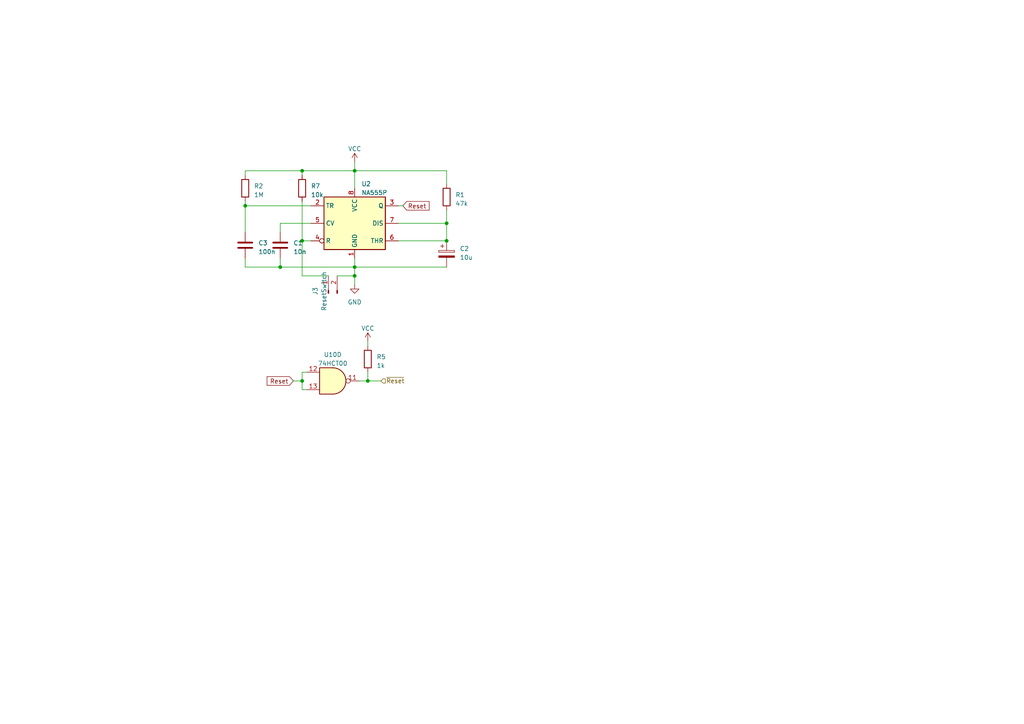
<source format=kicad_sch>
(kicad_sch (version 20250114) (generator "eeschema") (generator_version "9.0")
  (paper "A4")
  (lib_symbols
    (symbol "74xx:74LS00" (pin_names (offset 1.016))
      (property "Reference" "U" (at 0 1.27 0))
      (property "Value" "74LS00" (at 0 -1.27 0))
      (symbol "74LS00_1_1"
        (arc (start 0 3.81) (mid 3.7934 0) (end 0 -3.81) (stroke (width 0.254)) (fill (type background)))
        (polyline (pts (xy 0 3.81) (xy -3.81 3.81) (xy -3.81 -3.81) (xy 0 -3.81)) (stroke (width 0.254)) (fill (type background)))
        (pin input line (at -7.62 2.54 0) (length 3.81) (name "~") (number "1"))
        (pin input line (at -7.62 -2.54 0) (length 3.81) (name "~") (number "2"))
        (pin output inverted (at 7.62 0 180) (length 3.81) (name "~") (number "3"))
      )
      (symbol "74LS00_1_2"
        (arc (start -3.81 3.81) (mid -2.589 0) (end -3.81 -3.81) (stroke (width 0.254)))
        (polyline (pts (xy -3.81 3.81) (xy -0.635 3.81)) (stroke (width 0.254)) (fill (type background)))
        (polyline (pts (xy -3.81 -3.81) (xy -0.635 -3.81)) (stroke (width 0.254)) (fill (type background)))
        (arc (start 3.81 0) (mid 2.1855 -2.584) (end -0.6096 -3.81) (stroke (width 0.254)) (fill (type background)))
        (arc (start -0.6096 3.81) (mid 2.1928 2.5924) (end 3.81 0) (stroke (width 0.254)) (fill (type background)))
        (polyline (pts (xy -0.635 3.81) (xy -3.81 3.81) (xy -3.81 3.81) (xy -3.556 3.4036) (xy -3.0226 2.2606) (xy -2.6924 1.0414) (xy -2.6162 -0.254) (xy -2.7686 -1.4986) (xy -3.175 -2.7178) (xy -3.81 -3.81) (xy -3.81 -3.81) (xy -0.635 -3.81)) (stroke (width -25.4)) (fill (type background)))
        (pin input inverted (at -7.62 2.54 0) (length 4.318) (name "~") (number "1"))
        (pin input inverted (at -7.62 -2.54 0) (length 4.318) (name "~") (number "2"))
        (pin output line (at 7.62 0 180) (length 3.81) (name "~") (number "3"))
      )
      (symbol "74LS00_2_1"
        (arc (start 0 3.81) (mid 3.7934 0) (end 0 -3.81) (stroke (width 0.254)) (fill (type background)))
        (polyline (pts (xy 0 3.81) (xy -3.81 3.81) (xy -3.81 -3.81) (xy 0 -3.81)) (stroke (width 0.254)) (fill (type background)))
        (pin input line (at -7.62 2.54 0) (length 3.81) (name "~") (number "4"))
        (pin input line (at -7.62 -2.54 0) (length 3.81) (name "~") (number "5"))
        (pin output inverted (at 7.62 0 180) (length 3.81) (name "~") (number "6"))
      )
      (symbol "74LS00_2_2"
        (arc (start -3.81 3.81) (mid -2.589 0) (end -3.81 -3.81) (stroke (width 0.254)))
        (polyline (pts (xy -3.81 3.81) (xy -0.635 3.81)) (stroke (width 0.254)) (fill (type background)))
        (polyline (pts (xy -3.81 -3.81) (xy -0.635 -3.81)) (stroke (width 0.254)) (fill (type background)))
        (arc (start 3.81 0) (mid 2.1855 -2.584) (end -0.6096 -3.81) (stroke (width 0.254)) (fill (type background)))
        (arc (start -0.6096 3.81) (mid 2.1928 2.5924) (end 3.81 0) (stroke (width 0.254)) (fill (type background)))
        (polyline (pts (xy -0.635 3.81) (xy -3.81 3.81) (xy -3.81 3.81) (xy -3.556 3.4036) (xy -3.0226 2.2606) (xy -2.6924 1.0414) (xy -2.6162 -0.254) (xy -2.7686 -1.4986) (xy -3.175 -2.7178) (xy -3.81 -3.81) (xy -3.81 -3.81) (xy -0.635 -3.81)) (stroke (width -25.4)) (fill (type background)))
        (pin input inverted (at -7.62 2.54 0) (length 4.318) (name "~") (number "4"))
        (pin input inverted (at -7.62 -2.54 0) (length 4.318) (name "~") (number "5"))
        (pin output line (at 7.62 0 180) (length 3.81) (name "~") (number "6"))
      )
      (symbol "74LS00_3_1"
        (arc (start 0 3.81) (mid 3.7934 0) (end 0 -3.81) (stroke (width 0.254)) (fill (type background)))
        (polyline (pts (xy 0 3.81) (xy -3.81 3.81) (xy -3.81 -3.81) (xy 0 -3.81)) (stroke (width 0.254)) (fill (type background)))
        (pin input line (at -7.62 2.54 0) (length 3.81) (name "~") (number "9"))
        (pin input line (at -7.62 -2.54 0) (length 3.81) (name "~") (number "10"))
        (pin output inverted (at 7.62 0 180) (length 3.81) (name "~") (number "8"))
      )
      (symbol "74LS00_3_2"
        (arc (start -3.81 3.81) (mid -2.589 0) (end -3.81 -3.81) (stroke (width 0.254)))
        (polyline (pts (xy -3.81 3.81) (xy -0.635 3.81)) (stroke (width 0.254)) (fill (type background)))
        (polyline (pts (xy -3.81 -3.81) (xy -0.635 -3.81)) (stroke (width 0.254)) (fill (type background)))
        (arc (start 3.81 0) (mid 2.1855 -2.584) (end -0.6096 -3.81) (stroke (width 0.254)) (fill (type background)))
        (arc (start -0.6096 3.81) (mid 2.1928 2.5924) (end 3.81 0) (stroke (width 0.254)) (fill (type background)))
        (polyline (pts (xy -0.635 3.81) (xy -3.81 3.81) (xy -3.81 3.81) (xy -3.556 3.4036) (xy -3.0226 2.2606) (xy -2.6924 1.0414) (xy -2.6162 -0.254) (xy -2.7686 -1.4986) (xy -3.175 -2.7178) (xy -3.81 -3.81) (xy -3.81 -3.81) (xy -0.635 -3.81)) (stroke (width -25.4)) (fill (type background)))
        (pin input inverted (at -7.62 2.54 0) (length 4.318) (name "~") (number "9"))
        (pin input inverted (at -7.62 -2.54 0) (length 4.318) (name "~") (number "10"))
        (pin output line (at 7.62 0 180) (length 3.81) (name "~") (number "8"))
      )
      (symbol "74LS00_4_1"
        (arc (start 0 3.81) (mid 3.7934 0) (end 0 -3.81) (stroke (width 0.254)) (fill (type background)))
        (polyline (pts (xy 0 3.81) (xy -3.81 3.81) (xy -3.81 -3.81) (xy 0 -3.81)) (stroke (width 0.254)) (fill (type background)))
        (pin input line (at -7.62 2.54 0) (length 3.81) (name "~") (number "12"))
        (pin input line (at -7.62 -2.54 0) (length 3.81) (name "~") (number "13"))
        (pin output inverted (at 7.62 0 180) (length 3.81) (name "~") (number "11"))
      )
      (symbol "74LS00_4_2"
        (arc (start -3.81 3.81) (mid -2.589 0) (end -3.81 -3.81) (stroke (width 0.254)))
        (polyline (pts (xy -3.81 3.81) (xy -0.635 3.81)) (stroke (width 0.254)) (fill (type background)))
        (polyline (pts (xy -3.81 -3.81) (xy -0.635 -3.81)) (stroke (width 0.254)) (fill (type background)))
        (arc (start 3.81 0) (mid 2.1855 -2.584) (end -0.6096 -3.81) (stroke (width 0.254)) (fill (type background)))
        (arc (start -0.6096 3.81) (mid 2.1928 2.5924) (end 3.81 0) (stroke (width 0.254)) (fill (type background)))
        (polyline (pts (xy -0.635 3.81) (xy -3.81 3.81) (xy -3.81 3.81) (xy -3.556 3.4036) (xy -3.0226 2.2606) (xy -2.6924 1.0414) (xy -2.6162 -0.254) (xy -2.7686 -1.4986) (xy -3.175 -2.7178) (xy -3.81 -3.81) (xy -3.81 -3.81) (xy -0.635 -3.81)) (stroke (width -25.4)) (fill (type background)))
        (pin input inverted (at -7.62 2.54 0) (length 4.318) (name "~") (number "12"))
        (pin input inverted (at -7.62 -2.54 0) (length 4.318) (name "~") (number "13"))
        (pin output line (at 7.62 0 180) (length 3.81) (name "~") (number "11"))
      )
      (symbol "74LS00_5_0"
        (pin power_in line (at 0 12.7 270) (length 5.08) (name "VCC") (number "14"))
        (pin power_in line (at 0 -12.7 90) (length 5.08) (name "GND") (number "7"))
      )
      (symbol "74LS00_5_1"
        (rectangle (start -5.08 7.62) (end 5.08 -7.62) (stroke (width 0.254)) (fill (type background)))
      )
    )
    (symbol "Connector:Conn_01x02_Pin" (pin_names (offset 1.016) (hide yes))
      (property "Reference" "J" (at 0 2.54 0))
      (property "Value" "Conn_01x02_Pin" (at 0 -5.08 0))
      (symbol "Conn_01x02_Pin_1_1"
        (rectangle (start 0.8636 0.127) (end 0 -0.127) (stroke (width 0.1524)) (fill (type outline)))
        (rectangle (start 0.8636 -2.413) (end 0 -2.667) (stroke (width 0.1524)) (fill (type outline)))
        (polyline (pts (xy 1.27 0) (xy 0.8636 0)) (stroke (width 0.1524)))
        (polyline (pts (xy 1.27 -2.54) (xy 0.8636 -2.54)) (stroke (width 0.1524)))
        (pin passive line (at 5.08 0 180) (length 3.81) (name "Pin_1") (number "1"))
        (pin passive line (at 5.08 -2.54 180) (length 3.81) (name "Pin_2") (number "2"))
      )
    )
    (symbol "Device:C" (pin_numbers (hide yes)) (pin_names (offset 0.254))
      (property "Reference" "C" (at 0.635 2.54 0))
      (property "Value" "C" (at 0.635 -2.54 0))
      (symbol "C_0_1"
        (polyline (pts (xy -2.032 0.762) (xy 2.032 0.762)) (stroke (width 0.508)))
        (polyline (pts (xy -2.032 -0.762) (xy 2.032 -0.762)) (stroke (width 0.508)))
      )
      (symbol "C_1_1"
        (pin passive line (at 0 3.81 270) (length 2.794) (name "~") (number "1"))
        (pin passive line (at 0 -3.81 90) (length 2.794) (name "~") (number "2"))
      )
    )
    (symbol "Device:C_Polarized" (pin_numbers (hide yes)) (pin_names (offset 0.254))
      (property "Reference" "C" (at 0.635 2.54 0))
      (property "Value" "C_Polarized" (at 0.635 -2.54 0))
      (symbol "C_Polarized_0_1"
        (rectangle (start -2.286 0.508) (end 2.286 1.016))
        (polyline (pts (xy -1.778 2.286) (xy -0.762 2.286)))
        (polyline (pts (xy -1.27 2.794) (xy -1.27 1.778)))
        (rectangle (start 2.286 -0.508) (end -2.286 -1.016) (fill (type outline)))
      )
      (symbol "C_Polarized_1_1"
        (pin passive line (at 0 3.81 270) (length 2.794) (name "~") (number "1"))
        (pin passive line (at 0 -3.81 90) (length 2.794) (name "~") (number "2"))
      )
    )
    (symbol "Device:R" (pin_numbers (hide yes)) (pin_names (offset 0))
      (property "Reference" "R" (at 2.032 0 90))
      (property "Value" "R" (at 0 0 90))
      (symbol "R_0_1"
        (rectangle (start -1.016 -2.54) (end 1.016 2.54) (stroke (width 0.254)))
      )
      (symbol "R_1_1"
        (pin passive line (at 0 3.81 270) (length 1.27) (name "~") (number "1"))
        (pin passive line (at 0 -3.81 90) (length 1.27) (name "~") (number "2"))
      )
    )
    (symbol "Timer:NA555P"
      (property "Reference" "U" (at -10.16 8.89 0))
      (property "Value" "NA555P" (at 2.54 8.89 0))
      (symbol "NA555P_0_0"
        (pin power_in line (at 0 10.16 270) (length 2.54) (name "VCC") (number "8"))
        (pin power_in line (at 0 -10.16 90) (length 2.54) (name "GND") (number "1"))
      )
      (symbol "NA555P_0_1"
        (rectangle (start -8.89 -7.62) (end 8.89 7.62) (stroke (width 0.254)) (fill (type background)))
        (rectangle (start -8.89 -7.62) (end 8.89 7.62) (stroke (width 0.254)) (fill (type background)))
      )
      (symbol "NA555P_1_1"
        (pin input line (at -12.7 5.08 0) (length 3.81) (name "TR") (number "2"))
        (pin input line (at -12.7 0 0) (length 3.81) (name "CV") (number "5"))
        (pin input inverted (at -12.7 -5.08 0) (length 3.81) (name "R") (number "4"))
        (pin output line (at 12.7 5.08 180) (length 3.81) (name "Q") (number "3"))
        (pin input line (at 12.7 0 180) (length 3.81) (name "DIS") (number "7"))
        (pin input line (at 12.7 -5.08 180) (length 3.81) (name "THR") (number "6"))
      )
    )
    (symbol "power:GND" (power) (pin_names (offset 0))
      (property "Value" "GND" (at 0 -3.81 0))
      (symbol "GND_0_1"
        (polyline (pts (xy 0 0) (xy 0 -1.27) (xy 1.27 -1.27) (xy 0 -2.54) (xy -1.27 -1.27) (xy 0 -1.27)))
      )
      (symbol "GND_1_1"
        (pin power_in line (at 0 0 270) (length 0) (hide yes) (name "GND") (number "1"))
      )
    )
    (symbol "power:VCC" (power) (pin_names (offset 0))
      (property "Value" "VCC" (at 0 3.81 0))
      (symbol "VCC_0_1"
        (polyline (pts (xy -0.762 1.27) (xy 0 2.54)))
        (polyline (pts (xy 0 2.54) (xy 0.762 1.27)))
        (polyline (pts (xy 0 0) (xy 0 2.54)))
      )
      (symbol "VCC_1_1"
        (pin power_in line (at 0 0 90) (length 0) (hide yes) (name "VCC") (number "1"))
      )
    )
  )
  (junction (at 87.63 49.53))
  (junction (at 102.87 49.53))
  (junction (at 106.68 110.49))
  (junction (at 129.54 69.85))
  (junction (at 102.87 80.01))
  (junction (at 102.87 77.47))
  (junction (at 129.54 64.77))
  (junction (at 81.28 77.47))
  (junction (at 87.63 110.49))
  (junction (at 87.63 69.85))
  (junction (at 71.12 59.69))
  (wire (pts (xy 102.87 82.55) (xy 102.87 80.01)))
  (wire (pts (xy 87.63 49.53) (xy 87.63 50.8)))
  (wire (pts (xy 81.28 77.47) (xy 102.87 77.47)))
  (wire (pts (xy 71.12 74.93) (xy 71.12 77.47)))
  (wire (pts (xy 106.68 110.49) (xy 110.49 110.49)))
  (wire (pts (xy 81.28 74.93) (xy 81.28 77.47)))
  (wire (pts (xy 71.12 77.47) (xy 81.28 77.47)))
  (wire (pts (xy 102.87 46.99) (xy 102.87 49.53)))
  (wire (pts (xy 87.63 49.53) (xy 102.87 49.53)))
  (wire (pts (xy 88.9 107.95) (xy 87.63 107.95)))
  (wire (pts (xy 85.09 110.49) (xy 87.63 110.49)))
  (wire (pts (xy 71.12 50.8) (xy 71.12 49.53)))
  (wire (pts (xy 129.54 53.34) (xy 129.54 49.53)))
  (wire (pts (xy 71.12 59.69) (xy 71.12 58.42)))
  (wire (pts (xy 71.12 49.53) (xy 87.63 49.53)))
  (wire (pts (xy 116.84 59.69) (xy 115.57 59.69)))
  (wire (pts (xy 87.63 107.95) (xy 87.63 110.49)))
  (wire (pts (xy 106.68 99.06) (xy 106.68 100.33)))
  (wire (pts (xy 87.63 69.85) (xy 87.63 80.01)))
  (wire (pts (xy 87.63 110.49) (xy 87.63 113.03)))
  (wire (pts (xy 71.12 59.69) (xy 71.12 67.31)))
  (wire (pts (xy 87.63 58.42) (xy 87.63 69.85)))
  (wire (pts (xy 129.54 64.77) (xy 115.57 64.77)))
  (wire (pts (xy 90.17 59.69) (xy 71.12 59.69)))
  (wire (pts (xy 102.87 77.47) (xy 102.87 74.93)))
  (wire (pts (xy 106.68 107.95) (xy 106.68 110.49)))
  (wire (pts (xy 115.57 69.85) (xy 129.54 69.85)))
  (wire (pts (xy 87.63 80.01) (xy 95.25 80.01)))
  (wire (pts (xy 129.54 69.85) (xy 129.54 64.77)))
  (wire (pts (xy 104.14 110.49) (xy 106.68 110.49)))
  (wire (pts (xy 97.79 80.01) (xy 102.87 80.01)))
  (wire (pts (xy 90.17 69.85) (xy 87.63 69.85)))
  (wire (pts (xy 81.28 67.31) (xy 81.28 64.77)))
  (wire (pts (xy 102.87 80.01) (xy 102.87 77.47)))
  (wire (pts (xy 87.63 113.03) (xy 88.9 113.03)))
  (wire (pts (xy 129.54 60.96) (xy 129.54 64.77)))
  (wire (pts (xy 81.28 64.77) (xy 90.17 64.77)))
  (wire (pts (xy 102.87 77.47) (xy 129.54 77.47)))
  (wire (pts (xy 129.54 49.53) (xy 102.87 49.53)))
  (wire (pts (xy 102.87 49.53) (xy 102.87 54.61)))
  (global_label "Reset" (shape input) (at 116.84 59.69 0) (property "Intersheetrefs" "${INTERSHEET_REFS}" (effects (hide yes))))
  (global_label "Reset" (shape input) (at 85.09 110.49 180) (property "Intersheetrefs" "${INTERSHEET_REFS}" (effects (hide yes))))
  (hierarchical_label "~{Reset}" (shape input) (at 110.49 110.49 0))
  (symbol (lib_id "power:VCC") (at 102.87 46.99 0) (unit 1)
    (property "Reference" "#PWR03" (effects (hide yes)))
    (property "Value" "VCC" (at 102.87 43.18 0))
  )
  (symbol (lib_id "74xx:74LS00") (at 96.52 110.49 0) (unit 4)
    (property "Reference" "U10" (at 96.5117 102.87 0))
    (property "Value" "74HCT00" (at 96.5117 105.41 0))
    (property "Footprint" "Package_DIP:DIP-14_W7.62mm" (effects (hide yes)))
    (property "Datasheet" "http://www.ti.com/lit/gpn/sn74ls00" (effects (hide yes)))
  )
  (symbol (lib_id "Device:R") (at 129.54 57.15 0) (unit 1)
    (property "Reference" "R1" (at 132.08 56.515 0) (effects (justify left)))
    (property "Value" "47k" (at 132.08 59.055 0) (effects (justify left)))
    (property "Footprint" "Resistor_THT:R_Axial_DIN0207_L6.3mm_D2.5mm_P7.62mm_Horizontal" (effects (hide yes)))
  )
  (symbol (lib_id "power:GND") (at 102.87 82.55 0) (unit 1)
    (property "Reference" "#PWR04" (effects (hide yes)))
    (property "Value" "GND" (at 102.87 87.63 0))
  )
  (symbol (lib_id "Device:R") (at 106.68 104.14 0) (unit 1)
    (property "Reference" "R5" (at 109.22 103.505 0) (effects (justify left)))
    (property "Value" "1k" (at 109.22 106.045 0) (effects (justify left)))
    (property "Footprint" "Resistor_THT:R_Axial_DIN0207_L6.3mm_D2.5mm_P7.62mm_Horizontal" (effects (hide yes)))
  )
  (symbol (lib_id "Connector:Conn_01x02_Pin") (at 95.25 85.09 90) (unit 1)
    (property "Reference" "J3" (at 91.44 84.455 0))
    (property "Value" "ResetSwitch" (at 93.98 84.455 0))
    (property "Footprint" "Connector_PinHeader_2.54mm:PinHeader_1x02_P2.54mm_Vertical" (effects (hide yes)))
  )
  (symbol (lib_id "Device:R") (at 71.12 54.61 0) (unit 1)
    (property "Reference" "R2" (at 73.66 53.975 0) (effects (justify left)))
    (property "Value" "1M" (at 73.66 56.515 0) (effects (justify left)))
    (property "Footprint" "Resistor_THT:R_Axial_DIN0207_L6.3mm_D2.5mm_P7.62mm_Horizontal" (effects (hide yes)))
  )
  (symbol (lib_id "Device:C") (at 81.28 71.12 0) (unit 1)
    (property "Reference" "C1" (at 85.09 70.485 0) (effects (justify left)))
    (property "Value" "10n" (at 85.09 73.025 0) (effects (justify left)))
    (property "Footprint" "Capacitor_THT:C_Disc_D6.0mm_W2.5mm_P5.00mm" (effects (hide yes)))
  )
  (symbol (lib_id "Device:R") (at 87.63 54.61 0) (unit 1)
    (property "Reference" "R7" (at 90.17 53.975 0) (effects (justify left)))
    (property "Value" "10k" (at 90.17 56.515 0) (effects (justify left)))
    (property "Footprint" "Resistor_THT:R_Axial_DIN0207_L6.3mm_D2.5mm_P7.62mm_Horizontal" (effects (hide yes)))
  )
  (symbol (lib_id "Device:C_Polarized") (at 129.54 73.66 0) (unit 1)
    (property "Reference" "C2" (at 133.35 72.136 0) (effects (justify left)))
    (property "Value" "10u" (at 133.35 74.676 0) (effects (justify left)))
    (property "Footprint" "Capacitor_THT:CP_Radial_D4.0mm_P1.50mm" (effects (hide yes)))
  )
  (symbol (lib_id "Timer:NA555P") (at 102.87 64.77 0) (unit 1)
    (property "Reference" "U2" (at 104.8259 53.34 0) (effects (justify left)))
    (property "Value" "NA555P" (at 104.8259 55.88 0) (effects (justify left)))
    (property "Footprint" "Package_DIP:DIP-8_W7.62mm" (effects (hide yes)))
    (property "Datasheet" "http://www.ti.com/lit/ds/symlink/ne555.pdf" (effects (hide yes)))
  )
  (symbol (lib_id "Device:C") (at 71.12 71.12 0) (unit 1)
    (property "Reference" "C3" (at 74.93 70.485 0) (effects (justify left)))
    (property "Value" "100n" (at 74.93 73.025 0) (effects (justify left)))
    (property "Footprint" "Capacitor_THT:C_Disc_D3.8mm_W2.6mm_P2.50mm" (effects (hide yes)))
  )
  (symbol (lib_id "power:VCC") (at 106.68 99.06 0) (unit 1)
    (property "Reference" "#PWR029" (effects (hide yes)))
    (property "Value" "VCC" (at 106.68 95.25 0))
  )
)
</source>
